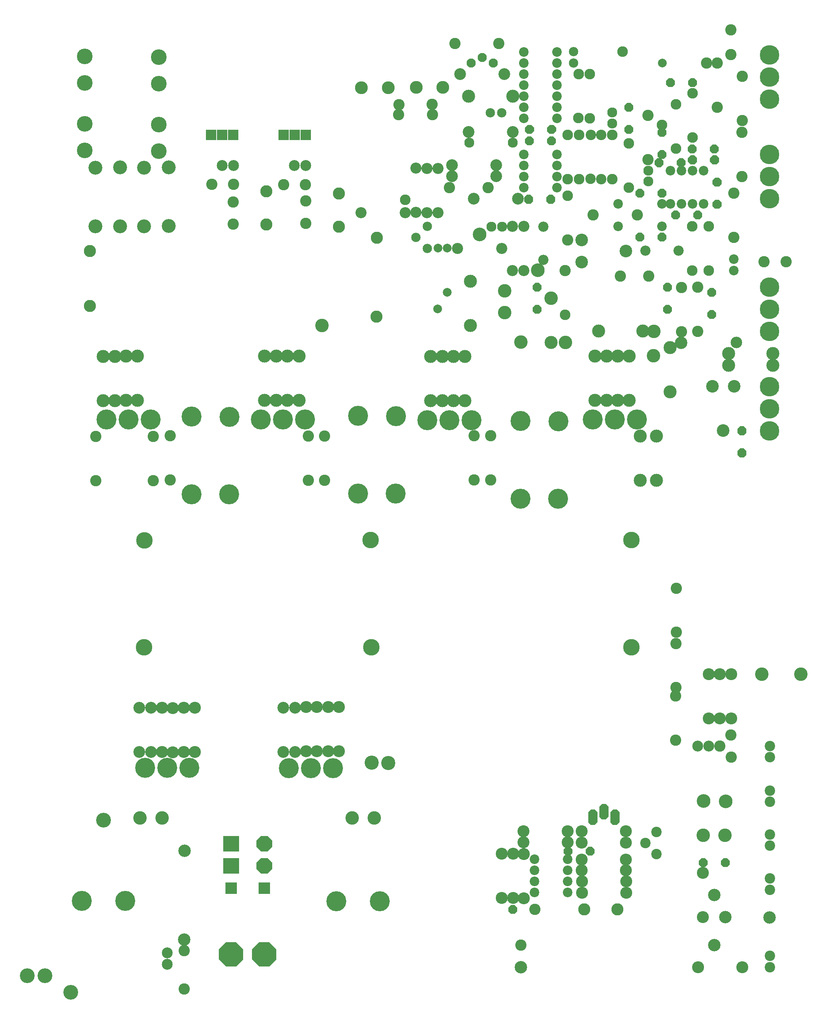
<source format=gbr>
%FSLAX34Y34*%
%MOMM*%
%LNSOLDERMASK_BOTTOM*%
G71*
G01*
%ADD10C,4.600*%
%ADD11C,3.000*%
%ADD12C,2.600*%
%ADD13C,2.750*%
%ADD14C,2.700*%
%ADD15C,2.800*%
%ADD16C,3.600*%
%ADD17C,2.500*%
%ADD18C,2.600*%
%ADD19C,3.100*%
%ADD20C,2.600*%
%ADD21C,2.200*%
%ADD22C,2.950*%
%ADD23C,2.450*%
%ADD24C,2.100*%
%ADD25C,2.700*%
%ADD26C,3.200*%
%ADD27C,2.150*%
%ADD28C,2.300*%
%ADD29C,2.450*%
%ADD30C,2.400*%
%ADD31C,2.550*%
%ADD32C,2.000*%
%ADD33C,3.150*%
%ADD34C,2.300*%
%ADD35C,2.350*%
%ADD36C,2.900*%
%ADD37C,2.200*%
%ADD38C,3.100*%
%ADD39C,2.650*%
%ADD40C,2.850*%
%ADD41C,2.400*%
%ADD42C,3.800*%
%ADD43C,2.400*%
%ADD44C,3.250*%
%ADD45C,2.850*%
%ADD46C,4.600*%
%ADD47C,3.400*%
%ADD48C,4.500*%
%LPD*%
X268233Y-970788D02*
G54D10*
D03*
X319033Y-970788D02*
G54D10*
D03*
X217533Y-970788D02*
G54D10*
D03*
X1006004Y-972194D02*
G54D10*
D03*
X1056804Y-972194D02*
G54D10*
D03*
X955304Y-972194D02*
G54D10*
D03*
X1385509Y-970728D02*
G54D10*
D03*
X1436309Y-970728D02*
G54D10*
D03*
X1334809Y-970728D02*
G54D10*
D03*
X209865Y-927344D02*
G54D11*
D03*
X209865Y-825744D02*
G54D11*
D03*
X363755Y-1109880D02*
G54D12*
D03*
X363755Y-1008280D02*
G54D12*
D03*
X325191Y-1111460D02*
G54D12*
D03*
X325191Y-1009860D02*
G54D12*
D03*
X413153Y-964266D02*
G54D10*
D03*
X500212Y-964854D02*
G54D10*
D03*
X499624Y-1142502D02*
G54D10*
D03*
X413153Y-1142502D02*
G54D10*
D03*
X623012Y-971135D02*
G54D10*
D03*
X673812Y-971135D02*
G54D10*
D03*
X572312Y-971135D02*
G54D10*
D03*
X236963Y-927570D02*
G54D11*
D03*
X236963Y-825970D02*
G54D11*
D03*
X262701Y-927302D02*
G54D11*
D03*
X262701Y-825702D02*
G54D11*
D03*
X288974Y-927302D02*
G54D11*
D03*
X288974Y-825702D02*
G54D11*
D03*
X580749Y-926766D02*
G54D11*
D03*
X580749Y-825166D02*
G54D11*
D03*
X607847Y-926993D02*
G54D11*
D03*
X607847Y-825394D02*
G54D11*
D03*
X633584Y-926726D02*
G54D11*
D03*
X633584Y-825126D02*
G54D11*
D03*
X659858Y-926726D02*
G54D11*
D03*
X659858Y-825126D02*
G54D11*
D03*
X962378Y-927500D02*
G54D11*
D03*
X962378Y-825900D02*
G54D11*
D03*
X989477Y-927727D02*
G54D11*
D03*
X989477Y-826127D02*
G54D11*
D03*
X1015214Y-927459D02*
G54D11*
D03*
X1015214Y-825859D02*
G54D11*
D03*
X1041487Y-927459D02*
G54D11*
D03*
X1041487Y-825859D02*
G54D11*
D03*
X1340052Y-926944D02*
G54D11*
D03*
X1340052Y-825344D02*
G54D11*
D03*
X1367150Y-927172D02*
G54D11*
D03*
X1367150Y-825572D02*
G54D11*
D03*
X1392888Y-926904D02*
G54D11*
D03*
X1392888Y-825304D02*
G54D11*
D03*
X1419161Y-926904D02*
G54D11*
D03*
X1419161Y-825304D02*
G54D11*
D03*
X676562Y-1733044D02*
G54D13*
D03*
X676562Y-1631444D02*
G54D13*
D03*
X701120Y-1733270D02*
G54D13*
D03*
X701120Y-1631670D02*
G54D13*
D03*
X726858Y-1733002D02*
G54D13*
D03*
X726857Y-1631402D02*
G54D13*
D03*
X751861Y-1733002D02*
G54D13*
D03*
X751861Y-1631402D02*
G54D13*
D03*
X345066Y-1734902D02*
G54D13*
D03*
X345066Y-1633302D02*
G54D13*
D03*
X369624Y-1735128D02*
G54D13*
D03*
X369624Y-1633528D02*
G54D13*
D03*
X395361Y-1734861D02*
G54D13*
D03*
X395361Y-1633260D02*
G54D13*
D03*
X420364Y-1734861D02*
G54D13*
D03*
X420364Y-1633260D02*
G54D13*
D03*
X650683Y-1734555D02*
G54D14*
D03*
X650683Y-1632955D02*
G54D14*
D03*
X623596Y-1734764D02*
G54D14*
D03*
X623596Y-1633164D02*
G54D14*
D03*
X320259Y-1734432D02*
G54D14*
D03*
X320259Y-1632832D02*
G54D14*
D03*
X293172Y-1734641D02*
G54D14*
D03*
X293172Y-1633041D02*
G54D14*
D03*
X356888Y-1771101D02*
G54D10*
D03*
X306088Y-1771101D02*
G54D10*
D03*
X407588Y-1771101D02*
G54D10*
D03*
X687549Y-1771630D02*
G54D10*
D03*
X636749Y-1771630D02*
G54D10*
D03*
X738249Y-1771630D02*
G54D10*
D03*
X718652Y-1110681D02*
G54D12*
D03*
X718652Y-1009081D02*
G54D12*
D03*
X681359Y-1110990D02*
G54D12*
D03*
X681359Y-1009390D02*
G54D12*
D03*
X1100614Y-1109864D02*
G54D12*
D03*
X1100614Y-1008264D02*
G54D12*
D03*
X1062050Y-1110172D02*
G54D12*
D03*
X1062050Y-1008572D02*
G54D12*
D03*
X1481920Y-1110523D02*
G54D11*
D03*
X1481920Y-1008923D02*
G54D11*
D03*
X1444626Y-1110832D02*
G54D11*
D03*
X1444626Y-1009232D02*
G54D11*
D03*
X795973Y-962775D02*
G54D10*
D03*
X883032Y-963364D02*
G54D10*
D03*
X882444Y-1141010D02*
G54D10*
D03*
X795973Y-1141010D02*
G54D10*
D03*
X1169069Y-974485D02*
G54D10*
D03*
X1256128Y-975074D02*
G54D10*
D03*
X1255540Y-1152720D02*
G54D10*
D03*
X1169069Y-1152720D02*
G54D10*
D03*
X192504Y-1111193D02*
G54D12*
D03*
X192504Y-1009593D02*
G54D12*
D03*
X179494Y-584221D02*
G54D15*
D03*
X179042Y-710480D02*
G54D15*
D03*
X838697Y-553876D02*
G54D15*
D03*
X838244Y-735076D02*
G54D15*
D03*
X338100Y-138640D02*
G54D16*
D03*
X338100Y-199640D02*
G54D16*
D03*
X338100Y-293640D02*
G54D16*
D03*
X338100Y-354640D02*
G54D16*
D03*
X167266Y-136616D02*
G54D16*
D03*
X167266Y-197616D02*
G54D16*
D03*
X167266Y-291615D02*
G54D16*
D03*
X167266Y-352615D02*
G54D16*
D03*
G36*
X446160Y-305101D02*
X470160Y-305101D01*
X470160Y-329101D01*
X446160Y-329101D01*
X446160Y-305101D01*
G37*
G36*
X471560Y-305101D02*
X495560Y-305101D01*
X495560Y-329101D01*
X471560Y-329101D01*
X471560Y-305101D01*
G37*
G36*
X496960Y-305101D02*
X520960Y-305101D01*
X520960Y-329101D01*
X496960Y-329101D01*
X496960Y-305101D01*
G37*
G36*
X612818Y-305101D02*
X636818Y-305101D01*
X636818Y-329101D01*
X612818Y-329101D01*
X612818Y-305101D01*
G37*
G36*
X638218Y-305101D02*
X662218Y-305101D01*
X662218Y-329101D01*
X638218Y-329101D01*
X638218Y-305101D01*
G37*
G36*
X663618Y-305101D02*
X687618Y-305101D01*
X687618Y-329101D01*
X663618Y-329101D01*
X663618Y-305101D01*
G37*
X675158Y-387866D02*
G54D17*
D03*
X649158Y-387866D02*
G54D17*
D03*
X483689Y-387607D02*
G54D17*
D03*
X509689Y-387607D02*
G54D17*
D03*
X674498Y-431573D02*
G54D12*
D03*
X624498Y-431573D02*
G54D12*
D03*
X509259Y-430797D02*
G54D12*
D03*
X459259Y-430797D02*
G54D12*
D03*
X675449Y-520132D02*
G54D18*
D03*
X675449Y-469132D02*
G54D18*
D03*
X509020Y-471113D02*
G54D18*
D03*
X509020Y-522113D02*
G54D18*
D03*
X782103Y-1886046D02*
G54D19*
D03*
X832903Y-1886046D02*
G54D19*
D03*
X294366Y-1886506D02*
G54D19*
D03*
X345166Y-1886506D02*
G54D19*
D03*
X395823Y-2190771D02*
G54D20*
D03*
X395823Y-2278656D02*
G54D20*
D03*
X1252854Y-279351D02*
G54D21*
D03*
X1252854Y-253951D02*
G54D21*
D03*
X1252854Y-228551D02*
G54D21*
D03*
X1252854Y-203151D02*
G54D21*
D03*
X1176654Y-279351D02*
G54D21*
D03*
X1176654Y-253951D02*
G54D21*
D03*
X1176654Y-228551D02*
G54D21*
D03*
X1176654Y-203151D02*
G54D21*
D03*
X1252854Y-177751D02*
G54D21*
D03*
X1176654Y-177751D02*
G54D21*
D03*
X1252854Y-152351D02*
G54D21*
D03*
X1252854Y-126951D02*
G54D21*
D03*
X1176654Y-152351D02*
G54D21*
D03*
X1176654Y-126951D02*
G54D21*
D03*
X1176671Y-361747D02*
G54D21*
D03*
X1176671Y-387147D02*
G54D21*
D03*
X1176671Y-412547D02*
G54D21*
D03*
X1176671Y-437947D02*
G54D21*
D03*
X1252871Y-361747D02*
G54D21*
D03*
X1252871Y-387147D02*
G54D21*
D03*
X1252871Y-412547D02*
G54D21*
D03*
X1252871Y-437947D02*
G54D21*
D03*
X865180Y-208564D02*
G54D22*
D03*
X803722Y-209153D02*
G54D22*
D03*
X929512Y-208238D02*
G54D22*
D03*
X990139Y-208238D02*
G54D22*
D03*
X889765Y-247706D02*
G54D23*
D03*
X966271Y-247434D02*
G54D23*
D03*
X966968Y-270431D02*
G54D23*
D03*
X889066Y-270780D02*
G54D23*
D03*
X1118791Y-107544D02*
G54D12*
D03*
X1018591Y-107544D02*
G54D12*
D03*
X1081439Y-139455D02*
G54D24*
D03*
X1056039Y-152155D02*
G54D24*
D03*
X1106839Y-152155D02*
G54D24*
D03*
X1049628Y-228397D02*
G54D11*
D03*
X1151228Y-228397D02*
G54D11*
D03*
X1030628Y-177267D02*
G54D25*
D03*
X1132228Y-177267D02*
G54D25*
D03*
G36*
X1250875Y-308933D02*
X1244879Y-314929D01*
X1236371Y-314929D01*
X1230375Y-308933D01*
X1230375Y-300425D01*
X1236371Y-294429D01*
X1244879Y-294429D01*
X1250875Y-300425D01*
X1250875Y-308933D01*
G37*
G36*
X1200075Y-308933D02*
X1194079Y-314929D01*
X1185571Y-314929D01*
X1179575Y-308933D01*
X1179575Y-300425D01*
X1185571Y-294429D01*
X1194079Y-294429D01*
X1200075Y-300425D01*
X1200075Y-308933D01*
G37*
G36*
X1250664Y-334983D02*
X1244668Y-340979D01*
X1236160Y-340979D01*
X1230164Y-334983D01*
X1230164Y-326475D01*
X1236160Y-320479D01*
X1244668Y-320479D01*
X1250664Y-326475D01*
X1250664Y-334983D01*
G37*
G36*
X1199864Y-334983D02*
X1193868Y-340979D01*
X1185360Y-340979D01*
X1179364Y-334983D01*
X1179364Y-326475D01*
X1185360Y-320479D01*
X1193868Y-320479D01*
X1199864Y-326475D01*
X1199864Y-334983D01*
G37*
X751802Y-452268D02*
G54D15*
D03*
X751802Y-528468D02*
G54D15*
D03*
X585107Y-446594D02*
G54D15*
D03*
X585107Y-522794D02*
G54D15*
D03*
X192006Y-392562D02*
G54D26*
D03*
X192006Y-527562D02*
G54D26*
D03*
X304157Y-392278D02*
G54D26*
D03*
X304157Y-527277D02*
G54D26*
D03*
X360311Y-526502D02*
G54D26*
D03*
X360311Y-391502D02*
G54D26*
D03*
X248583Y-527184D02*
G54D26*
D03*
X248583Y-392184D02*
G54D26*
D03*
X1099768Y-266468D02*
G54D27*
D03*
X1125768Y-266468D02*
G54D27*
D03*
X1049788Y-310710D02*
G54D25*
D03*
X1151388Y-310710D02*
G54D25*
D03*
X1051198Y-335254D02*
G54D28*
D03*
X1151398Y-335254D02*
G54D28*
D03*
X1011688Y-386910D02*
G54D25*
D03*
X1113288Y-386910D02*
G54D25*
D03*
X1011688Y-412310D02*
G54D25*
D03*
X1113288Y-412310D02*
G54D25*
D03*
X1061288Y-463909D02*
G54D25*
D03*
X1162888Y-463909D02*
G54D25*
D03*
X904231Y-466092D02*
G54D23*
D03*
X1403467Y-125634D02*
G54D23*
D03*
X1290732Y-152368D02*
G54D27*
D03*
X1290732Y-126368D02*
G54D27*
D03*
X1328432Y-177628D02*
G54D29*
D03*
X1328432Y-279228D02*
G54D29*
D03*
X1302185Y-278402D02*
G54D23*
D03*
X1302485Y-177214D02*
G54D23*
D03*
X1303877Y-317568D02*
G54D29*
D03*
X1303877Y-419168D02*
G54D29*
D03*
X1277180Y-317568D02*
G54D29*
D03*
X1277180Y-419168D02*
G54D29*
D03*
G36*
X1249090Y-469334D02*
X1243094Y-475330D01*
X1234586Y-475330D01*
X1228590Y-469334D01*
X1228590Y-460826D01*
X1234586Y-454830D01*
X1243094Y-454830D01*
X1249090Y-460826D01*
X1249090Y-469334D01*
G37*
G36*
X1198290Y-469334D02*
X1192294Y-475330D01*
X1183786Y-475330D01*
X1177790Y-469334D01*
X1177790Y-460826D01*
X1183786Y-454830D01*
X1192294Y-454830D01*
X1198290Y-460826D01*
X1198290Y-469334D01*
G37*
X1277662Y-456703D02*
G54D29*
D03*
X1277662Y-558303D02*
G54D29*
D03*
X1330128Y-418429D02*
G54D30*
D03*
X1330428Y-317242D02*
G54D30*
D03*
X1354730Y-317394D02*
G54D30*
D03*
X1354430Y-418581D02*
G54D30*
D03*
X802300Y-495772D02*
G54D31*
D03*
X903900Y-495772D02*
G54D31*
D03*
X928724Y-393668D02*
G54D31*
D03*
X928724Y-495268D02*
G54D31*
D03*
X954317Y-393986D02*
G54D31*
D03*
X954317Y-495586D02*
G54D31*
D03*
X979753Y-393986D02*
G54D31*
D03*
X979753Y-495586D02*
G54D31*
D03*
X928764Y-552410D02*
G54D27*
D03*
X954515Y-527364D02*
G54D27*
D03*
X954783Y-578034D02*
G54D27*
D03*
X1000558Y-577582D02*
G54D32*
D03*
X1000258Y-678770D02*
G54D32*
D03*
X979442Y-576932D02*
G54D32*
D03*
X978906Y-716610D02*
G54D32*
D03*
X1024352Y-577958D02*
G54D31*
D03*
X1125952Y-577958D02*
G54D31*
D03*
X1074875Y-546250D02*
G54D33*
D03*
X1127088Y-527772D02*
G54D34*
D03*
X1102000Y-527772D02*
G54D34*
D03*
X1150776Y-527593D02*
G54D31*
D03*
X1150776Y-629193D02*
G54D31*
D03*
X1176767Y-527448D02*
G54D31*
D03*
X1176767Y-629048D02*
G54D31*
D03*
X1221702Y-528468D02*
G54D35*
D03*
X1221702Y-604668D02*
G54D35*
D03*
X1208854Y-627976D02*
G54D33*
D03*
X1589530Y-399498D02*
G54D21*
D03*
X1564130Y-399498D02*
G54D21*
D03*
X1538730Y-399498D02*
G54D21*
D03*
X1513330Y-399498D02*
G54D21*
D03*
X1589531Y-475698D02*
G54D21*
D03*
X1564131Y-475698D02*
G54D21*
D03*
X1538730Y-475698D02*
G54D21*
D03*
X1513330Y-475698D02*
G54D21*
D03*
X1621524Y-152410D02*
G54D32*
D03*
X1621224Y-253598D02*
G54D32*
D03*
X1495322Y-152084D02*
G54D32*
D03*
X1596510Y-152384D02*
G54D32*
D03*
X1652338Y-132958D02*
G54D23*
D03*
G36*
X1574601Y-201027D02*
X1568605Y-207023D01*
X1560097Y-207023D01*
X1554101Y-201027D01*
X1554101Y-192519D01*
X1560097Y-186523D01*
X1568605Y-186523D01*
X1574601Y-192519D01*
X1574601Y-201027D01*
G37*
G36*
X1523801Y-201027D02*
X1517805Y-207023D01*
X1509297Y-207023D01*
X1503301Y-201027D01*
X1503301Y-192519D01*
X1509297Y-186523D01*
X1517805Y-186523D01*
X1523801Y-192519D01*
X1523801Y-201027D01*
G37*
X1494239Y-294738D02*
G54D23*
D03*
G36*
X1489835Y-372127D02*
X1483839Y-366131D01*
X1483839Y-357623D01*
X1489835Y-351627D01*
X1498343Y-351627D01*
X1504339Y-357623D01*
X1504339Y-366131D01*
X1498343Y-372127D01*
X1489835Y-372127D01*
G37*
G36*
X1489835Y-321327D02*
X1483839Y-315331D01*
X1483839Y-306823D01*
X1489835Y-300827D01*
X1498343Y-300827D01*
X1504339Y-306823D01*
X1504339Y-315331D01*
X1498343Y-321327D01*
X1489835Y-321327D01*
G37*
X1380077Y-317568D02*
G54D29*
D03*
X1380077Y-419168D02*
G54D29*
D03*
G36*
X1413650Y-314818D02*
X1407654Y-308822D01*
X1407654Y-300314D01*
X1413650Y-294318D01*
X1422158Y-294318D01*
X1428154Y-300314D01*
X1428154Y-308822D01*
X1422158Y-314818D01*
X1413650Y-314818D01*
G37*
G36*
X1413650Y-264018D02*
X1407654Y-258022D01*
X1407654Y-249514D01*
X1413650Y-243518D01*
X1422158Y-243518D01*
X1428154Y-249514D01*
X1428154Y-258022D01*
X1422158Y-264018D01*
X1413650Y-264018D01*
G37*
X1379935Y-265895D02*
G54D34*
D03*
X1379935Y-290982D02*
G54D34*
D03*
X1417904Y-336573D02*
G54D29*
D03*
X1417904Y-438173D02*
G54D29*
D03*
X1526501Y-247345D02*
G54D29*
D03*
X1526501Y-348945D02*
G54D29*
D03*
G36*
X1553886Y-370280D02*
X1559882Y-364284D01*
X1568390Y-364284D01*
X1574386Y-370280D01*
X1574386Y-378788D01*
X1568390Y-384784D01*
X1559882Y-384784D01*
X1553886Y-378788D01*
X1553886Y-370280D01*
G37*
G36*
X1604686Y-370280D02*
X1610682Y-364284D01*
X1619190Y-364284D01*
X1625186Y-370280D01*
X1625186Y-378788D01*
X1619190Y-384784D01*
X1610682Y-384784D01*
X1604686Y-378788D01*
X1604686Y-370280D01*
G37*
G36*
X1553727Y-345082D02*
X1559723Y-339086D01*
X1568231Y-339086D01*
X1574227Y-345082D01*
X1574227Y-353590D01*
X1568231Y-359586D01*
X1559723Y-359586D01*
X1553727Y-353590D01*
X1553727Y-345082D01*
G37*
G36*
X1604527Y-345082D02*
X1610523Y-339086D01*
X1619031Y-339086D01*
X1625027Y-345082D01*
X1625027Y-353590D01*
X1619031Y-359586D01*
X1610523Y-359586D01*
X1604527Y-353590D01*
X1604527Y-345082D01*
G37*
G36*
X1477341Y-376936D02*
X1483337Y-370940D01*
X1491845Y-370940D01*
X1497841Y-376936D01*
X1497841Y-385444D01*
X1491845Y-391440D01*
X1483337Y-391440D01*
X1477341Y-385444D01*
X1477341Y-376936D01*
G37*
G36*
X1528140Y-376936D02*
X1534136Y-370940D01*
X1542644Y-370940D01*
X1548640Y-376936D01*
X1548640Y-385444D01*
X1542644Y-391440D01*
X1534136Y-391440D01*
X1528140Y-385444D01*
X1528140Y-376936D01*
G37*
X1462115Y-272585D02*
G54D20*
D03*
X1462115Y-374185D02*
G54D20*
D03*
X1462993Y-424217D02*
G54D34*
D03*
X1462993Y-399130D02*
G54D34*
D03*
X1678582Y-182772D02*
G54D29*
D03*
X1678583Y-284372D02*
G54D29*
D03*
X1678376Y-311362D02*
G54D29*
D03*
X1678376Y-412962D02*
G54D29*
D03*
X1411501Y-583752D02*
G54D36*
D03*
X1309901Y-609052D02*
G54D36*
D03*
X1309901Y-558352D02*
G54D36*
D03*
X1437212Y-500837D02*
G54D29*
D03*
X1335612Y-500837D02*
G54D29*
D03*
X1271281Y-730133D02*
G54D29*
D03*
X1271281Y-628533D02*
G54D29*
D03*
X1463560Y-641472D02*
G54D20*
D03*
X1398751Y-641925D02*
G54D20*
D03*
X1564601Y-221945D02*
G54D29*
D03*
X1564601Y-323545D02*
G54D29*
D03*
G36*
X1515534Y-497063D02*
X1521530Y-491067D01*
X1530038Y-491067D01*
X1536034Y-497063D01*
X1536034Y-505571D01*
X1530038Y-511567D01*
X1521530Y-511567D01*
X1515534Y-505571D01*
X1515534Y-497063D01*
G37*
G36*
X1566334Y-497063D02*
X1572330Y-491067D01*
X1580838Y-491067D01*
X1586834Y-497063D01*
X1586834Y-505571D01*
X1580838Y-511567D01*
X1572330Y-511567D01*
X1566334Y-505571D01*
X1566334Y-497063D01*
G37*
X1602067Y-527071D02*
G54D29*
D03*
X1602067Y-628671D02*
G54D29*
D03*
X1563605Y-527071D02*
G54D29*
D03*
X1563605Y-628671D02*
G54D29*
D03*
G36*
X1625054Y-415178D02*
X1631050Y-421174D01*
X1631050Y-429682D01*
X1625054Y-435678D01*
X1616546Y-435678D01*
X1610550Y-429682D01*
X1610550Y-421174D01*
X1616546Y-415178D01*
X1625054Y-415178D01*
G37*
G36*
X1625054Y-465978D02*
X1631050Y-471974D01*
X1631050Y-480482D01*
X1625054Y-486478D01*
X1616546Y-486478D01*
X1610550Y-480482D01*
X1610550Y-471974D01*
X1616546Y-465978D01*
X1625054Y-465978D01*
G37*
X1659422Y-450728D02*
G54D20*
D03*
X1659422Y-552328D02*
G54D20*
D03*
G36*
X1433266Y-446526D02*
X1439262Y-440530D01*
X1447770Y-440530D01*
X1453766Y-446526D01*
X1453766Y-455034D01*
X1447770Y-461030D01*
X1439262Y-461030D01*
X1433266Y-455034D01*
X1433266Y-446526D01*
G37*
G36*
X1484066Y-446526D02*
X1490062Y-440530D01*
X1498570Y-440530D01*
X1504566Y-446526D01*
X1504566Y-455034D01*
X1498570Y-461030D01*
X1490062Y-461030D01*
X1484066Y-455034D01*
X1484066Y-446526D01*
G37*
X1494484Y-475564D02*
G54D37*
D03*
X1393296Y-475264D02*
G54D37*
D03*
X1393326Y-526851D02*
G54D37*
D03*
X1494514Y-527151D02*
G54D37*
D03*
G36*
X1432918Y-547571D02*
X1438914Y-541575D01*
X1447422Y-541575D01*
X1453418Y-547571D01*
X1453418Y-556079D01*
X1447422Y-562075D01*
X1438914Y-562075D01*
X1432918Y-556079D01*
X1432918Y-547571D01*
G37*
G36*
X1483717Y-547571D02*
X1489713Y-541575D01*
X1498221Y-541575D01*
X1504217Y-547571D01*
X1504217Y-556079D01*
X1498221Y-562075D01*
X1489713Y-562075D01*
X1483717Y-556079D01*
X1483717Y-547571D01*
G37*
X1532053Y-583365D02*
G54D35*
D03*
X1455853Y-583365D02*
G54D35*
D03*
X1539335Y-667505D02*
G54D20*
D03*
X1539335Y-769105D02*
G54D20*
D03*
X1576268Y-667156D02*
G54D20*
D03*
X1576268Y-768756D02*
G54D20*
D03*
G36*
X1510996Y-656684D02*
X1516992Y-662680D01*
X1516992Y-671188D01*
X1510996Y-677184D01*
X1502488Y-677184D01*
X1496492Y-671188D01*
X1496492Y-662680D01*
X1502488Y-656684D01*
X1510996Y-656684D01*
G37*
G36*
X1510996Y-707484D02*
X1516992Y-713480D01*
X1516992Y-721988D01*
X1510996Y-727984D01*
X1502488Y-727984D01*
X1496492Y-721988D01*
X1496492Y-713480D01*
X1502488Y-707484D01*
X1510996Y-707484D01*
G37*
G36*
X1612925Y-668672D02*
X1618921Y-674668D01*
X1618921Y-683176D01*
X1612925Y-689172D01*
X1604417Y-689172D01*
X1598421Y-683176D01*
X1598421Y-674668D01*
X1604417Y-668672D01*
X1612925Y-668672D01*
G37*
G36*
X1612925Y-719472D02*
X1618921Y-725468D01*
X1618921Y-733976D01*
X1612925Y-739972D01*
X1604417Y-739972D01*
X1598421Y-733976D01*
X1598421Y-725468D01*
X1604417Y-719472D01*
X1612925Y-719472D01*
G37*
X1659084Y-628782D02*
G54D37*
D03*
X1659084Y-602782D02*
G54D37*
D03*
G36*
X1718514Y-604717D02*
X1724510Y-598721D01*
X1733018Y-598721D01*
X1739014Y-604717D01*
X1739014Y-613225D01*
X1733018Y-619221D01*
X1724510Y-619221D01*
X1718514Y-613225D01*
X1718514Y-604717D01*
G37*
G36*
X1769313Y-604717D02*
X1775309Y-598721D01*
X1783817Y-598721D01*
X1789813Y-604717D01*
X1789813Y-613225D01*
X1783817Y-619221D01*
X1775309Y-619221D01*
X1769313Y-613225D01*
X1769313Y-604717D01*
G37*
X1170253Y-793466D02*
G54D38*
D03*
X1239559Y-692675D02*
G54D38*
D03*
X1239559Y-692675D02*
G54D39*
D03*
X1665119Y-793637D02*
G54D39*
D03*
X1053825Y-653228D02*
G54D11*
D03*
X1053825Y-754828D02*
G54D11*
D03*
X1132549Y-725282D02*
G54D38*
D03*
X1132549Y-675282D02*
G54D38*
D03*
G36*
X1211353Y-656852D02*
X1217349Y-662848D01*
X1217349Y-671356D01*
X1211353Y-677352D01*
X1202845Y-677352D01*
X1196849Y-671356D01*
X1196849Y-662848D01*
X1202845Y-656852D01*
X1211353Y-656852D01*
G37*
G36*
X1211353Y-707652D02*
X1217349Y-713648D01*
X1217349Y-722156D01*
X1211353Y-728152D01*
X1202845Y-728152D01*
X1196849Y-722156D01*
X1196849Y-713648D01*
X1202845Y-707652D01*
X1211353Y-707652D01*
G37*
X1272700Y-793948D02*
G54D38*
D03*
X1239559Y-794275D02*
G54D11*
D03*
X1239559Y-692675D02*
G54D11*
D03*
X1348301Y-768118D02*
G54D11*
D03*
X1449901Y-768118D02*
G54D11*
D03*
X1475370Y-768247D02*
G54D38*
D03*
X1474917Y-824356D02*
G54D38*
D03*
X1665119Y-793637D02*
G54D29*
D03*
X1538290Y-794682D02*
G54D40*
D03*
X1512506Y-907780D02*
G54D11*
D03*
X1512506Y-806180D02*
G54D11*
D03*
X1647573Y-819298D02*
G54D11*
D03*
X1749173Y-819298D02*
G54D11*
D03*
X1647225Y-846126D02*
G54D11*
D03*
X1748825Y-846126D02*
G54D11*
D03*
X1635166Y-996668D02*
G54D36*
D03*
X1609866Y-895068D02*
G54D36*
D03*
X1660566Y-895068D02*
G54D36*
D03*
G36*
X1682339Y-986504D02*
X1688335Y-992500D01*
X1688335Y-1001008D01*
X1682339Y-1007004D01*
X1673831Y-1007004D01*
X1667835Y-1001008D01*
X1667835Y-992500D01*
X1673831Y-986504D01*
X1682339Y-986504D01*
G37*
G36*
X1682339Y-1037304D02*
X1688335Y-1043300D01*
X1688335Y-1051808D01*
X1682339Y-1057804D01*
X1673831Y-1057804D01*
X1667835Y-1051808D01*
X1667835Y-1043300D01*
X1673831Y-1037304D01*
X1682339Y-1037304D01*
G37*
X713053Y-755366D02*
G54D38*
D03*
X1724038Y-1555754D02*
G54D38*
D03*
X1813228Y-1555866D02*
G54D38*
D03*
X1601704Y-1657606D02*
G54D13*
D03*
X1601704Y-1556006D02*
G54D13*
D03*
X1627140Y-1657606D02*
G54D13*
D03*
X1627140Y-1556006D02*
G54D13*
D03*
X1653272Y-1657258D02*
G54D13*
D03*
X1653272Y-1555658D02*
G54D13*
D03*
X1527406Y-1358654D02*
G54D32*
D03*
X1527106Y-1459842D02*
G54D32*
D03*
X1526501Y-1485442D02*
G54D32*
D03*
X1526201Y-1586630D02*
G54D32*
D03*
X1525951Y-1606077D02*
G54D32*
D03*
X1525651Y-1707265D02*
G54D32*
D03*
X1602054Y-1720922D02*
G54D17*
D03*
X1576054Y-1720922D02*
G54D17*
D03*
X1627052Y-1720810D02*
G54D27*
D03*
X1652804Y-1695764D02*
G54D27*
D03*
X1653072Y-1746434D02*
G54D27*
D03*
X1742380Y-1746570D02*
G54D41*
D03*
X1742380Y-1721014D02*
G54D41*
D03*
X1742649Y-1849180D02*
G54D41*
D03*
X1742649Y-1823624D02*
G54D41*
D03*
X1742451Y-1949787D02*
G54D41*
D03*
X1742451Y-1924231D02*
G54D41*
D03*
X1741915Y-2050860D02*
G54D41*
D03*
X1741915Y-2025303D02*
G54D41*
D03*
X1589636Y-1847019D02*
G54D33*
D03*
X1640306Y-1847824D02*
G54D33*
D03*
X1589040Y-1926260D02*
G54D38*
D03*
X1639040Y-1926260D02*
G54D38*
D03*
G36*
X1650227Y-1992781D02*
X1644231Y-1998777D01*
X1635723Y-1998777D01*
X1629727Y-1992781D01*
X1629727Y-1984273D01*
X1635723Y-1978277D01*
X1644231Y-1978277D01*
X1650227Y-1984273D01*
X1650227Y-1992781D01*
G37*
G36*
X1599428Y-1992780D02*
X1593432Y-1998776D01*
X1584924Y-1998776D01*
X1578928Y-1992780D01*
X1578928Y-1984272D01*
X1584924Y-1978276D01*
X1593432Y-1978276D01*
X1599428Y-1984272D01*
X1599428Y-1992780D01*
G37*
X1588464Y-2113704D02*
G54D13*
D03*
X1588464Y-2012104D02*
G54D13*
D03*
X1640000Y-2114344D02*
G54D32*
D03*
X1741188Y-2114644D02*
G54D32*
D03*
X1614301Y-2063373D02*
G54D40*
D03*
X1614569Y-2177850D02*
G54D40*
D03*
X1640000Y-2114344D02*
G54D40*
D03*
X1741188Y-2114644D02*
G54D40*
D03*
X304465Y-1248654D02*
G54D42*
D03*
X824802Y-1248120D02*
G54D42*
D03*
X1424038Y-1248120D02*
G54D42*
D03*
X1424038Y-1493922D02*
G54D42*
D03*
X826328Y-1493922D02*
G54D42*
D03*
X303877Y-1494492D02*
G54D42*
D03*
X1277913Y-2056863D02*
G54D21*
D03*
X1277913Y-2031463D02*
G54D21*
D03*
X1277913Y-2006063D02*
G54D21*
D03*
X1277913Y-1980663D02*
G54D21*
D03*
X1201713Y-2056864D02*
G54D21*
D03*
X1201713Y-2031464D02*
G54D21*
D03*
X1201713Y-2006063D02*
G54D21*
D03*
X1201713Y-1980663D02*
G54D21*
D03*
G36*
X1350260Y-1859772D02*
X1356402Y-1853630D01*
X1365118Y-1853630D01*
X1371260Y-1859772D01*
X1371260Y-1883488D01*
X1365118Y-1889630D01*
X1356402Y-1889630D01*
X1350260Y-1883488D01*
X1350260Y-1859772D01*
G37*
G36*
X1324860Y-1872472D02*
X1331002Y-1866330D01*
X1339718Y-1866330D01*
X1345860Y-1872472D01*
X1345860Y-1896188D01*
X1339718Y-1902330D01*
X1331002Y-1902330D01*
X1324860Y-1896188D01*
X1324860Y-1872472D01*
G37*
G36*
X1375660Y-1872472D02*
X1381802Y-1866330D01*
X1390518Y-1866330D01*
X1396660Y-1872472D01*
X1396660Y-1896188D01*
X1390518Y-1902330D01*
X1381802Y-1902330D01*
X1375660Y-1896188D01*
X1375660Y-1872472D01*
G37*
X1309828Y-1916930D02*
G54D13*
D03*
X1411428Y-1916930D02*
G54D13*
D03*
X1309759Y-1942908D02*
G54D13*
D03*
X1411359Y-1942908D02*
G54D13*
D03*
G36*
X1339587Y-1966619D02*
X1333591Y-1972615D01*
X1325083Y-1972615D01*
X1319087Y-1966619D01*
X1319087Y-1958111D01*
X1325083Y-1952115D01*
X1333591Y-1952115D01*
X1339587Y-1958111D01*
X1339587Y-1966619D01*
G37*
G36*
X1288787Y-1966619D02*
X1282791Y-1972615D01*
X1274283Y-1972615D01*
X1268287Y-1966619D01*
X1268287Y-1958111D01*
X1274283Y-1952115D01*
X1282791Y-1952115D01*
X1288787Y-1958111D01*
X1288787Y-1966619D01*
G37*
X1309306Y-1981822D02*
G54D13*
D03*
X1410907Y-1981822D02*
G54D13*
D03*
X1309759Y-2006256D02*
G54D13*
D03*
X1411359Y-2006256D02*
G54D13*
D03*
X1310212Y-2031596D02*
G54D13*
D03*
X1411812Y-2031596D02*
G54D13*
D03*
X1310212Y-2057840D02*
G54D13*
D03*
X1411812Y-2057840D02*
G54D13*
D03*
X1176230Y-1942184D02*
G54D13*
D03*
X1277830Y-1942184D02*
G54D13*
D03*
X1175641Y-1916890D02*
G54D13*
D03*
X1277242Y-1916890D02*
G54D13*
D03*
X1176817Y-1968866D02*
G54D13*
D03*
X1176817Y-2070466D02*
G54D13*
D03*
X1152324Y-1968443D02*
G54D13*
D03*
X1152324Y-2070043D02*
G54D13*
D03*
X1125641Y-1968654D02*
G54D13*
D03*
X1125642Y-2070254D02*
G54D13*
D03*
G36*
X1212573Y-2100556D02*
X1206577Y-2106552D01*
X1198069Y-2106552D01*
X1192073Y-2100556D01*
X1192073Y-2092048D01*
X1198069Y-2086052D01*
X1206577Y-2086052D01*
X1212573Y-2092048D01*
X1212573Y-2100556D01*
G37*
G36*
X1161774Y-2100556D02*
X1155778Y-2106552D01*
X1147270Y-2106552D01*
X1141274Y-2100556D01*
X1141274Y-2092048D01*
X1147270Y-2086052D01*
X1155778Y-2086052D01*
X1161774Y-2092048D01*
X1161774Y-2100556D01*
G37*
X1391711Y-2095803D02*
G54D15*
D03*
X1315511Y-2095803D02*
G54D15*
D03*
X1481621Y-1968836D02*
G54D43*
D03*
X1481621Y-1918036D02*
G54D43*
D03*
X1456221Y-1943436D02*
G54D43*
D03*
X827034Y-1758823D02*
G54D44*
D03*
X865430Y-1759667D02*
G54D44*
D03*
X1741915Y-2228660D02*
G54D41*
D03*
X1741915Y-2203103D02*
G54D41*
D03*
X1577070Y-2228654D02*
G54D13*
D03*
X1678670Y-2228654D02*
G54D13*
D03*
X1170187Y-2229304D02*
G54D45*
D03*
X357297Y-2222057D02*
G54D17*
D03*
X357297Y-2196057D02*
G54D17*
D03*
X397331Y-1961856D02*
G54D45*
D03*
X396232Y-2165152D02*
G54D45*
D03*
G36*
X562133Y-2217571D02*
X562133Y-2181571D01*
X598133Y-2181571D01*
X598133Y-2217571D01*
X562133Y-2217571D01*
G37*
G36*
X485933Y-2217571D02*
X485933Y-2181571D01*
X521933Y-2181571D01*
X521933Y-2217571D01*
X485933Y-2217571D01*
G37*
G36*
X490933Y-2060171D02*
X490933Y-2034171D01*
X516933Y-2034171D01*
X516933Y-2060171D01*
X490933Y-2060171D01*
G37*
G36*
X567133Y-2060170D02*
X567133Y-2034170D01*
X593133Y-2034170D01*
X593133Y-2060170D01*
X567133Y-2060170D01*
G37*
G36*
X572663Y-2014371D02*
X562133Y-2003841D01*
X562133Y-1988901D01*
X572663Y-1978371D01*
X587603Y-1978371D01*
X598133Y-1988901D01*
X598133Y-2003841D01*
X587603Y-2014371D01*
X572663Y-2014371D01*
G37*
G36*
X572663Y-1963571D02*
X562133Y-1953041D01*
X562133Y-1938101D01*
X572663Y-1927571D01*
X587603Y-1927571D01*
X598133Y-1938101D01*
X598133Y-1953041D01*
X587603Y-1963571D01*
X572663Y-1963571D01*
G37*
G36*
X485933Y-1963571D02*
X485933Y-1927571D01*
X521933Y-1927571D01*
X521933Y-1963571D01*
X485933Y-1963571D01*
G37*
G36*
X485933Y-2014371D02*
X485933Y-1978371D01*
X521933Y-1978371D01*
X521933Y-2014371D01*
X485933Y-2014371D01*
G37*
G36*
X492313Y-2227571D02*
X475933Y-2211191D01*
X475933Y-2187951D01*
X492313Y-2171571D01*
X515553Y-2171571D01*
X531933Y-2187951D01*
X531933Y-2211191D01*
X515553Y-2227571D01*
X492313Y-2227571D01*
G37*
G36*
X568513Y-2227571D02*
X552133Y-2211191D01*
X552133Y-2187951D01*
X568513Y-2171571D01*
X591753Y-2171571D01*
X608133Y-2187951D01*
X608133Y-2211191D01*
X591753Y-2227571D01*
X568513Y-2227571D01*
G37*
X845771Y-2077243D02*
G54D46*
D03*
X745771Y-2077243D02*
G54D46*
D03*
X261012Y-2076803D02*
G54D46*
D03*
X161012Y-2076803D02*
G54D46*
D03*
X210436Y-1891202D02*
G54D47*
D03*
X35051Y-2248697D02*
G54D47*
D03*
X76401Y-2248697D02*
G54D47*
D03*
X135447Y-2286447D02*
G54D47*
D03*
X1527406Y-1358654D02*
G54D20*
D03*
X1527106Y-1459842D02*
G54D20*
D03*
X1526501Y-1485442D02*
G54D20*
D03*
X1526201Y-1586630D02*
G54D20*
D03*
X1525951Y-1606077D02*
G54D20*
D03*
X1525651Y-1707265D02*
G54D20*
D03*
X1652804Y-1695764D02*
G54D20*
D03*
X1627052Y-1720810D02*
G54D20*
D03*
X1653072Y-1746434D02*
G54D20*
D03*
X1170187Y-2229304D02*
G54D20*
D03*
X1170187Y-2178654D02*
G54D20*
D03*
X1202323Y-2096302D02*
G54D20*
D03*
X1277662Y-558303D02*
G54D20*
D03*
X1271281Y-628533D02*
G54D20*
D03*
X1335612Y-500837D02*
G54D20*
D03*
X1437212Y-500837D02*
G54D20*
D03*
X1728764Y-608971D02*
G54D20*
D03*
X1779563Y-608971D02*
G54D20*
D03*
X1678376Y-412962D02*
G54D20*
D03*
X1659422Y-450728D02*
G54D20*
D03*
X1678376Y-311362D02*
G54D20*
D03*
X1678583Y-284372D02*
G54D20*
D03*
X1621224Y-253598D02*
G54D20*
D03*
X1596510Y-152384D02*
G54D20*
D03*
X1621524Y-152410D02*
G54D20*
D03*
X1652338Y-132958D02*
G54D20*
D03*
X1652293Y-76392D02*
G54D20*
D03*
X1678582Y-182772D02*
G54D20*
D03*
X1018591Y-107544D02*
G54D20*
D03*
X966271Y-247434D02*
G54D20*
D03*
X966968Y-270431D02*
G54D20*
D03*
X889066Y-270780D02*
G54D20*
D03*
X889765Y-247706D02*
G54D20*
D03*
X1094462Y-438708D02*
G54D20*
D03*
X1005454Y-438708D02*
G54D20*
D03*
X179494Y-584221D02*
G54D20*
D03*
X179042Y-710480D02*
G54D20*
D03*
X192504Y-1009593D02*
G54D20*
D03*
X1315511Y-2095803D02*
G54D20*
D03*
X1391711Y-2095803D02*
G54D20*
D03*
X1741621Y-133500D02*
G54D48*
D03*
X1741621Y-184300D02*
G54D48*
D03*
X1741621Y-235099D02*
G54D48*
D03*
X1741425Y-362278D02*
G54D48*
D03*
X1741425Y-413078D02*
G54D48*
D03*
X1741425Y-463878D02*
G54D48*
D03*
X1741647Y-666858D02*
G54D48*
D03*
X1741647Y-717658D02*
G54D48*
D03*
X1741647Y-768457D02*
G54D48*
D03*
X1741827Y-895150D02*
G54D48*
D03*
X1741827Y-945949D02*
G54D48*
D03*
X1741827Y-996748D02*
G54D48*
D03*
M02*

</source>
